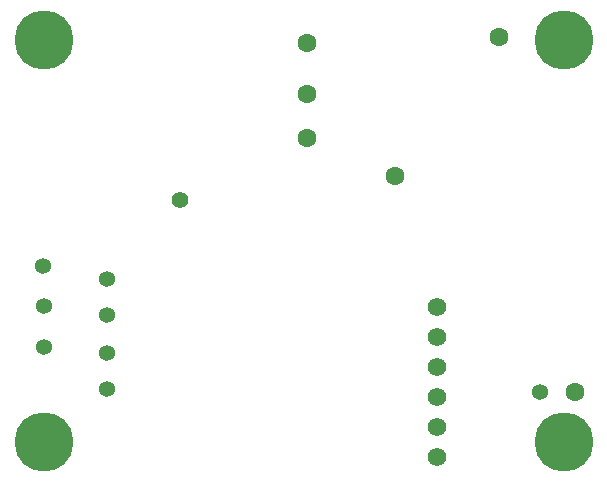
<source format=gbr>
%TF.GenerationSoftware,KiCad,Pcbnew,8.0.6*%
%TF.CreationDate,2025-02-05T13:06:53-05:00*%
%TF.ProjectId,kmh_RTx,6b6d685f-5254-4782-9e6b-696361645f70,rev?*%
%TF.SameCoordinates,Original*%
%TF.FileFunction,Soldermask,Bot*%
%TF.FilePolarity,Negative*%
%FSLAX46Y46*%
G04 Gerber Fmt 4.6, Leading zero omitted, Abs format (unit mm)*
G04 Created by KiCad (PCBNEW 8.0.6) date 2025-02-05 13:06:53*
%MOMM*%
%LPD*%
G01*
G04 APERTURE LIST*
%ADD10C,1.574800*%
%ADD11C,1.600000*%
%ADD12C,1.362000*%
%ADD13C,5.000000*%
%ADD14C,1.400000*%
G04 APERTURE END LIST*
D10*
%TO.C,J1*%
X124750000Y-62745100D03*
X124750000Y-60205100D03*
X124750000Y-57665100D03*
X124750000Y-55125100D03*
X124750000Y-52585100D03*
X124750000Y-50045100D03*
%TD*%
D11*
%TO.C,TP6*%
X130000000Y-27250000D03*
%TD*%
D12*
%TO.C,H7*%
X96850000Y-54000000D03*
%TD*%
D11*
%TO.C,TP5*%
X113750000Y-27750000D03*
%TD*%
D13*
%TO.C,H4*%
X135500000Y-61500000D03*
%TD*%
D14*
%TO.C,TP2*%
X103000000Y-41000000D03*
%TD*%
D11*
%TO.C,TP3*%
X113750000Y-35750000D03*
%TD*%
D12*
%TO.C,H10*%
X91475000Y-49950000D03*
%TD*%
%TO.C,H6*%
X96800000Y-50725000D03*
%TD*%
D13*
%TO.C,H3*%
X135500000Y-27500000D03*
%TD*%
D12*
%TO.C,H9*%
X91425000Y-46575000D03*
%TD*%
D11*
%TO.C,TP4*%
X113750000Y-32000000D03*
%TD*%
%TO.C,TP1*%
X121250000Y-39000000D03*
%TD*%
D12*
%TO.C,H5*%
X96800000Y-47725000D03*
%TD*%
D11*
%TO.C,TP7*%
X136500000Y-57250000D03*
%TD*%
D12*
%TO.C,H14*%
X133500000Y-57250000D03*
%TD*%
D13*
%TO.C,H2*%
X91500000Y-27500000D03*
%TD*%
D12*
%TO.C,H8*%
X96850000Y-57000000D03*
%TD*%
%TO.C,H11*%
X91500000Y-53500000D03*
%TD*%
D13*
%TO.C,H1*%
X91500000Y-61500000D03*
%TD*%
M02*

</source>
